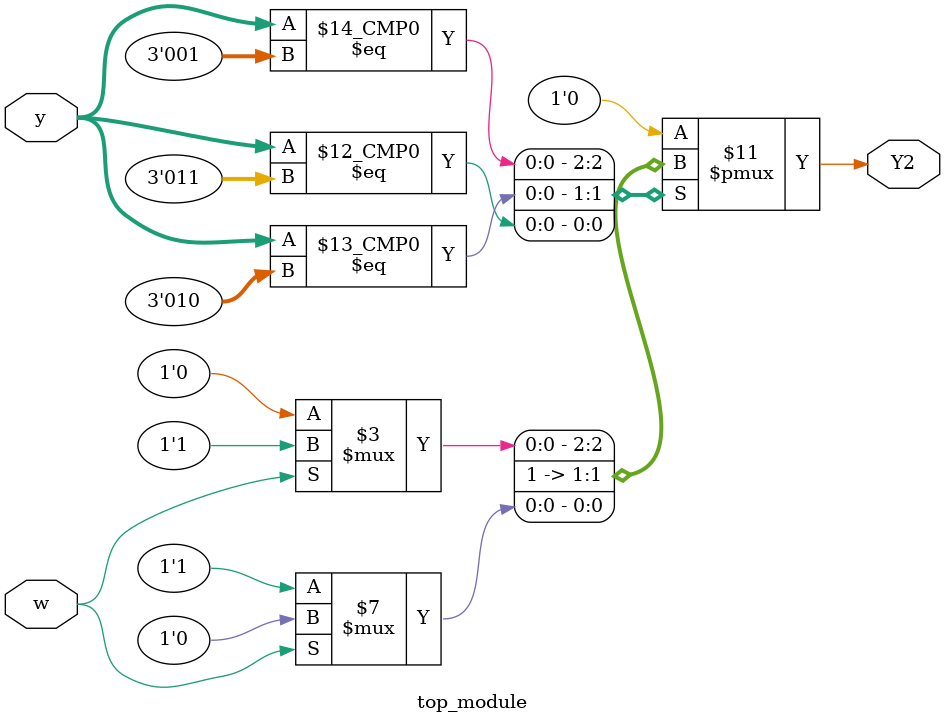
<source format=sv>
module top_module(
    input [3:1] y,
    input w,
    output reg Y2);

    // Define the states
    parameter A = 3'b000;
    parameter B = 3'b001;
    parameter C = 3'b010;
    parameter D = 3'b011;
    parameter E = 3'b100;
    parameter F = 3'b101;

    always @(*) begin
        case (y)
            A: Y2 = 1'b0;
            B: Y2 = (w == 1'b0) ? 1'b0 : 1'b1;
            C: Y2 = (w == 1'b0) ? 1'b1 : 1'b1;
            D: Y2 = (w == 1'b0) ? 1'b1 : 1'b0;
            E: Y2 = 1'b0;
            F: Y2 = 1'b0;
            default: Y2 = 1'b0; // default case should never be hit
        endcase
    end
endmodule

</source>
